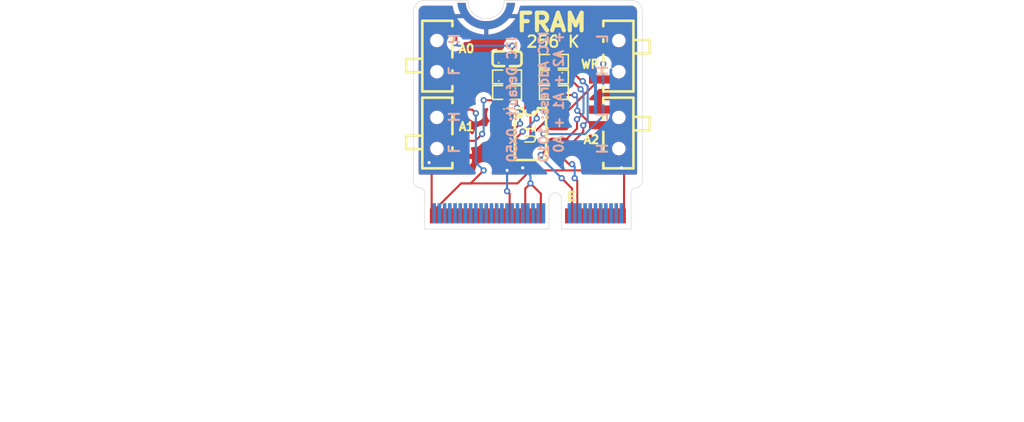
<source format=kicad_pcb>
(kicad_pcb (version 20241229) (generator "pcbnew") (generator_version "9.0")
  (title_block (title "MOSAIC I2C FRAM Memory Module") (date "2025-07-24") (rev "1.0") (company "Texas State Space Lab") (comment 1 "Copyright (c) 2022 - 2025"))
  (layers (0 "F.Cu" signal) (2 "B.Cu" signal) (13 "F.Paste" user) (15 "B.Paste" user) (5 "F.SilkS" user "F.Silkscreen") (7 "B.SilkS" user "B.Silkscreen") (1 "F.Mask" user) (3 "B.Mask" user) (25 "Edge.Cuts" user))
  (net 0 "")
  (net 1 "+3.3V")
  (net 2 "GND")
  (net 3 "/SCL")
  (net 10 "/SDA")
  (net 33 "Net-(U1-A0)")
  (net 34 "/A0_Switch")
  (net 35 "Net-(U1-A1)")
  (net 36 "/A1_Switch")
  (net 37 "Net-(U1-A2)")
  (net 38 "/A2_Switch")
  (net 39 "/WP_Switch")
  (footprint "fram_memory_module_footprints:R0603" (layer "F.Cu") (at 157.75 93.5 180)
    (property "Reference" "R1" (hide yes))
    (property "Value" "10 kOhm" (hide yes))
    (fp_line (start 1.38509 0.660605) (end 1.38509 -0.660605) (stroke (width 0.1524)) (layer "F.SilkS"))
    (fp_line (start 1.38509 -0.660605) (end 0.426213 -0.660605) (stroke (width 0.1524)) (layer "F.SilkS"))
    (fp_line (start 0.426213 0.660605) (end 1.38509 0.660605) (stroke (width 0.1524)) (layer "F.SilkS"))
    (fp_line (start -0.426213 0.660605) (end -1.38509 0.660605) (stroke (width 0.1524)) (layer "F.SilkS"))
    (fp_line (start -1.38509 0.660605) (end -1.38509 -0.660605) (stroke (width 0.1524)) (layer "F.SilkS"))
    (fp_line (start -1.38509 -0.660605) (end -0.426213 -0.660605) (stroke (width 0.1524)) (layer "F.SilkS"))
    (fp_circle (center -0.800102 0.400051) (end -0.77013 0.400051) (stroke (width 0.059995)) (fill no) (layer "F.SilkS"))
    (pad "1" smd rect (at -0.753366 0 180) (size 0.806477 0.864008) (layers "F.Cu" "F.Mask" "F.Paste") (net 3 "/SCL"))
    (pad "2" smd rect (at 0.753366 0 180) (size 0.806477 0.864008) (layers "F.Cu" "F.Mask" "F.Paste") (net 1 "+3.3V"))
  )
  (footprint "fram_memory_module_footprints:MB85RC256_FRAM" (layer "F.Cu") (at 155.5 99 -90)
    (property "Reference" "U1" (at 0 0 90) (layer "F.SilkS"))
    (property "Value" "MB85RC256VPNF-G-JNERE1" (hide yes))
    (fp_line (start -2.5 1.5) (end 2.5 1.5) (stroke (width 0.254001)) (layer "F.SilkS"))
    (fp_line (start -2.5 1.5) (end -2.5 0.726568) (stroke (width 0.254001)) (layer "F.SilkS"))
    (fp_line (start -2.5 -1.5) (end -2.5 -0.726289) (stroke (width 0.254001)) (layer "F.SilkS"))
    (fp_line (start -2.5 -1.5) (end 2.5 -1.5) (stroke (width 0.254001)) (layer "F.SilkS"))
    (fp_line (start 2.5 -1.5) (end 2.5 1.5) (stroke (width 0.254001)) (layer "F.SilkS"))
    (fp_arc (start -2.495098 -0.726289) (mid -1.812145 0.002452) (end -2.499999 0.726568) (stroke (width 0.254001)) (layer "F.SilkS"))
    (fp_circle (center -2.413005 2.540005) (end -2.383033 2.540005) (stroke (width 0.059995)) (fill no) (layer "F.SilkS"))
    (fp_circle (center -1.778004 1.016002) (end -1.627889 1.016002) (stroke (width 0.3)) (fill no) (layer "F.SilkS"))
    (pad "1" smd oval (at -1.905004 2.705105 270) (size 0.568402 1.950216) (layers "F.Cu" "F.Mask" "F.Paste") (net 33 "Net-(U1-A0)"))
    (pad "2" smd oval (at -0.635001 2.705105 270) (size 0.568402 1.950216) (layers "F.Cu" "F.Mask" "F.Paste") (net 35 "Net-(U1-A1)"))
    (pad "3" smd oval (at 0.635001 2.705105 270) (size 0.568402 1.950216) (layers "F.Cu" "F.Mask" "F.Paste") (net 37 "Net-(U1-A2)"))
    (pad "4" smd oval (at 1.905004 2.705105 270) (size 0.568402 1.950216) (layers "F.Cu" "F.Mask" "F.Paste") (net 2 "GND"))
    (pad "5" smd oval (at 1.905004 -2.705105 270) (size 0.568402 1.950216) (layers "F.Cu" "F.Mask" "F.Paste") (net 10 "/SDA"))
    (pad "6" smd oval (at 0.635001 -2.705105 270) (size 0.568402 1.950216) (layers "F.Cu" "F.Mask" "F.Paste") (net 3 "/SCL"))
    (pad "7" smd oval (at -0.635001 -2.705105 270) (size 0.568402 1.950216) (layers "F.Cu" "F.Mask" "F.Paste") (net 39 "/WP_Switch"))
    (pad "8" smd oval (at -1.905004 -2.705105 270) (size 0.568402 1.950216) (layers "F.Cu" "F.Mask" "F.Paste") (net 1 "+3.3V"))
  )
  (footprint "fram_memory_module_footprints:R0603" (layer "F.Cu") (at 157.75 95)
    (property "Reference" "R5" (hide yes))
    (property "Value" "10 kOhm" (hide yes))
    (fp_line (start -1.38509 -0.660605) (end -0.426213 -0.660605) (stroke (width 0.1524)) (layer "F.SilkS"))
    (fp_line (start -1.38509 0.660605) (end -1.38509 -0.660605) (stroke (width 0.1524)) (layer "F.SilkS"))
    (fp_line (start -0.426213 0.660605) (end -1.38509 0.660605) (stroke (width 0.1524)) (layer "F.SilkS"))
    (fp_line (start 0.426213 0.660605) (end 1.38509 0.660605) (stroke (width 0.1524)) (layer "F.SilkS"))
    (fp_line (start 1.38509 -0.660605) (end 0.426213 -0.660605) (stroke (width 0.1524)) (layer "F.SilkS"))
    (fp_line (start 1.38509 0.660605) (end 1.38509 -0.660605) (stroke (width 0.1524)) (layer "F.SilkS"))
    (fp_circle (center -0.800102 0.400051) (end -0.77013 0.400051) (stroke (width 0.059995)) (fill no) (layer "F.SilkS"))
    (pad "1" smd rect (at -0.753366 0) (size 0.806477 0.864008) (layers "F.Cu" "F.Mask" "F.Paste") (net 37 "Net-(U1-A2)"))
    (pad "2" smd rect (at 0.753366 0) (size 0.806477 0.864008) (layers "F.Cu" "F.Mask" "F.Paste") (net 38 "/A2_Switch"))
  )
  (footprint "fram_memory_module_footprints:R0603" (layer "F.Cu") (at 153.25 93.5)
    (property "Reference" "R3" (hide yes))
    (property "Value" "10 kOhm" (hide yes))
    (fp_line (start -1.38509 -0.660605) (end -0.426213 -0.660605) (stroke (width 0.1524)) (layer "F.SilkS"))
    (fp_line (start -1.38509 0.660605) (end -1.38509 -0.660605) (stroke (width 0.1524)) (layer "F.SilkS"))
    (fp_line (start -0.426213 0.660605) (end -1.38509 0.660605) (stroke (width 0.1524)) (layer "F.SilkS"))
    (fp_line (start 0.426213 0.660605) (end 1.38509 0.660605) (stroke (width 0.1524)) (layer "F.SilkS"))
    (fp_line (start 1.38509 -0.660605) (end 0.426213 -0.660605) (stroke (width 0.1524)) (layer "F.SilkS"))
    (fp_line (start 1.38509 0.660605) (end 1.38509 -0.660605) (stroke (width 0.1524)) (layer "F.SilkS"))
    (fp_circle (center -0.800102 0.400051) (end -0.77013 0.400051) (stroke (width 0.059995)) (fill no) (layer "F.SilkS"))
    (pad "1" smd rect (at -0.753366 0) (size 0.806477 0.864008) (layers "F.Cu" "F.Mask" "F.Paste") (net 34 "/A0_Switch"))
    (pad "2" smd rect (at 0.753366 0) (size 0.806477 0.864008) (layers "F.Cu" "F.Mask" "F.Paste") (net 33 "Net-(U1-A0)"))
  )
  (footprint "fram_memory_module_footprints:SMD_slide_switch" (layer "F.Cu") (at 148.376505 98.899924 -90)
    (property "Reference" "U3" (hide yes))
    (property "Value" "MS-1290N" (hide yes))
    (fp_line (start 0.253924 4.82601) (end 1.553874 4.82601) (stroke (width 0.254001)) (layer "F.SilkS"))
    (fp_line (start 0.253924 4.82601) (end 0.253924 3.32601) (stroke (width 0.254001)) (layer "F.SilkS"))
    (fp_line (start 1.553874 4.82601) (end 1.553874 3.32601) (stroke (width 0.254001)) (layer "F.SilkS"))
    (fp_line (start -3.400076 3.275006) (end -3.400076 0.381001) (stroke (width 0.254001)) (layer "F.SilkS"))
    (fp_line (start 3.399924 3.275006) (end -3.400076 3.275006) (stroke (width 0.254001)) (layer "F.SilkS"))
    (fp_line (start 3.399924 3.275006) (end 3.399924 0.381001) (stroke (width 0.254001)) (layer "F.SilkS"))
    (fp_line (start -3.400076 0.381001) (end -2.881204 0.381001) (stroke (width 0.254001)) (layer "F.SilkS"))
    (fp_line (start -1.618923 0.381001) (end 0.118796 0.381001) (stroke (width 0.254001)) (layer "F.SilkS"))
    (fp_line (start 1.381077 0.381001) (end 1.618796 0.381001) (stroke (width 0.254001)) (layer "F.SilkS"))
    (fp_line (start 2.881077 0.381001) (end 3.30193 0.381001) (stroke (width 0.254001)) (layer "F.SilkS"))
    (fp_circle (center -3.400025 3.275057) (end -3.370028 3.275057) (stroke (width 0.059995)) (fill no) (layer "F.SilkS"))
    (pad "" np_thru_hole circle (at -1.5 1.875032 270) (size 0.8 0.8) (drill 0.8) (layers "*.Cu" "*.Mask"))
    (pad "" np_thru_hole circle (at 1.5 1.875032 270) (size 0.8 0.8) (drill 0.8) (layers "*.Cu" "*.Mask"))
    (pad "1" smd rect (at -2.250064 0 270) (size 0.8 2) (layers "F.Cu" "F.Mask" "F.Paste") (net 1 "+3.3V"))
    (pad "2" smd rect (at 0.749936 0 270) (size 0.8 2) (layers "F.Cu" "F.Mask" "F.Paste") (net 36 "/A1_Switch"))
    (pad "3" smd rect (at 2.250064 0 270) (size 0.8 2) (layers "F.Cu" "F.Mask" "F.Paste") (net 2 "GND"))
  )
  (footprint "fram_memory_module_footprints:SMD_slide_switch" (layer "F.Cu") (at 162.123495 98.9 90)
    (property "Reference" "U4" (hide yes))
    (property "Value" "MS-1290N" (hide yes))
    (fp_line (start 2.881077 0.381001) (end 3.30193 0.381001) (stroke (width 0.254001)) (layer "F.SilkS"))
    (fp_line (start 1.381077 0.381001) (end 1.618796 0.381001) (stroke (width 0.254001)) (layer "F.SilkS"))
    (fp_line (start -1.618923 0.381001) (end 0.118796 0.381001) (stroke (width 0.254001)) (layer "F.SilkS"))
    (fp_line (start -3.400076 0.381001) (end -2.881204 0.381001) (stroke (width 0.254001)) (layer "F.SilkS"))
    (fp_line (start 3.399924 3.275006) (end 3.399924 0.381001) (stroke (width 0.254001)) (layer "F.SilkS"))
    (fp_line (start 3.399924 3.275006) (end -3.400076 3.275006) (stroke (width 0.254001)) (layer "F.SilkS"))
    (fp_line (start -3.400076 3.275006) (end -3.400076 0.381001) (stroke (width 0.254001)) (layer "F.SilkS"))
    (fp_line (start 1.553874 4.82601) (end 1.553874 3.32601) (stroke (width 0.254001)) (layer "F.SilkS"))
    (fp_line (start 0.253924 4.82601) (end 0.253924 3.32601) (stroke (width 0.254001)) (layer "F.SilkS"))
    (fp_line (start 0.253924 4.82601) (end 1.553874 4.82601) (stroke (width 0.254001)) (layer "F.SilkS"))
    (fp_circle (center -3.400025 3.275057) (end -3.370028 3.275057) (stroke (width 0.059995)) (fill no) (layer "F.SilkS"))
    (pad "" np_thru_hole circle (at -1.5 1.875032 90) (size 0.8 0.8) (drill 0.8) (layers "*.Cu" "*.Mask"))
    (pad "" np_thru_hole circle (at 1.5 1.875032 90) (size 0.8 0.8) (drill 0.8) (layers "*.Cu" "*.Mask"))
    (pad "1" smd rect (at -2.250064 0 90) (size 0.8 2) (layers "F.Cu" "F.Mask" "F.Paste") (net 1 "+3.3V"))
    (pad "2" smd rect (at 0.749936 0 90) (size 0.8 2) (layers "F.Cu" "F.Mask" "F.Paste") (net 38 "/A2_Switch"))
    (pad "3" smd rect (at 2.250064 0 90) (size 0.8 2) (layers "F.Cu" "F.Mask" "F.Paste") (net 2 "GND"))
  )
  (footprint "fram_memory_module_footprints:M.2-CARD-E-22_MEMORY_STANDARD" (layer "F.Cu") (at 155.25 108.152201)
    (property "Reference" "J1" (hide yes))
    (property "Value" "~" (hide yes))
    (fp_poly (pts (xy 3.841 -3.595) (xy 4.681 -3.595) (xy 4.681 -3.635) (xy 3.841 -3.635)) (fill yes) (layer "F.SilkS"))
    (fp_poly (pts (xy 3.841 -3.555) (xy 4.681 -3.555) (xy 4.681 -3.595) (xy 3.841 -3.595)) (fill yes) (layer "F.SilkS"))
    (fp_poly (pts (xy 3.841 -3.515) (xy 4.681 -3.515) (xy 4.681 -3.555) (xy 3.841 -3.555)) (fill yes) (layer "F.SilkS"))
    (fp_poly (pts (xy 3.841 -3.475) (xy 4.681 -3.475) (xy 4.681 -3.515) (xy 3.841 -3.515)) (fill yes) (layer "F.SilkS"))
    (fp_poly (pts (xy 3.841 -3.435) (xy 4.641 -3.435) (xy 4.641 -3.475) (xy 3.841 -3.475)) (fill yes) (layer "F.SilkS"))
    (fp_poly (pts (xy 3.841 -3.395) (xy 4.121 -3.395) (xy 4.121 -3.435) (xy 3.841 -3.435)) (fill yes) (layer "F.SilkS"))
    (fp_poly (pts (xy 3.841 -3.355) (xy 4.121 -3.355) (xy 4.121 -3.395) (xy 3.841 -3.395)) (fill yes) (layer "F.SilkS"))
    (fp_poly (pts (xy 3.841 -3.315) (xy 4.121 -3.315) (xy 4.121 -3.355) (xy 3.841 -3.355)) (fill yes) (layer "F.SilkS"))
    (fp_poly (pts (xy 3.841 -3.275) (xy 4.441 -3.275) (xy 4.441 -3.315) (xy 3.841 -3.315)) (fill yes) (layer "F.SilkS"))
    (fp_poly (pts (xy 3.841 -3.235) (xy 4.521 -3.235) (xy 4.521 -3.275) (xy 3.841 -3.275)) (fill yes) (layer "F.SilkS"))
    (fp_poly (pts (xy 3.841 -3.195) (xy 4.521 -3.195) (xy 4.521 -3.235) (xy 3.841 -3.235)) (fill yes) (layer "F.SilkS"))
    (fp_poly (pts (xy 3.841 -3.155) (xy 4.521 -3.155) (xy 4.521 -3.195) (xy 3.841 -3.195)) (fill yes) (layer "F.SilkS"))
    (fp_poly (pts (xy 3.841 -3.115) (xy 4.521 -3.115) (xy 4.521 -3.155) (xy 3.841 -3.155)) (fill yes) (layer "F.SilkS"))
    (fp_poly (pts (xy 3.841 -3.075) (xy 4.521 -3.075) (xy 4.521 -3.115) (xy 3.841 -3.115)) (fill yes) (layer "F.SilkS"))
    (fp_poly (pts (xy 3.841 -3.035) (xy 4.481 -3.035) (xy 4.481 -3.075) (xy 3.841 -3.075)) (fill yes) (layer "F.SilkS"))
    (fp_poly (pts (xy 3.841 -2.995) (xy 4.121 -2.995) (xy 4.121 -3.035) (xy 3.841 -3.035)) (fill yes) (layer "F.SilkS"))
    (fp_poly (pts (xy 3.841 -2.955) (xy 4.121 -2.955) (xy 4.121 -2.995) (xy 3.841 -2.995)) (fill yes) (layer "F.SilkS"))
    (fp_poly (pts (xy 3.841 -2.915) (xy 4.121 -2.915) (xy 4.121 -2.955) (xy 3.841 -2.955)) (fill yes) (layer "F.SilkS"))
    (fp_poly (pts (xy 3.841 -2.875) (xy 4.601 -2.875) (xy 4.601 -2.915) (xy 3.841 -2.915)) (fill yes) (layer "F.SilkS"))
    (fp_poly (pts (xy 3.841 -2.835) (xy 4.681 -2.835) (xy 4.681 -2.875) (xy 3.841 -2.875)) (fill yes) (layer "F.SilkS"))
    (fp_poly (pts (xy 3.841 -2.795) (xy 4.681 -2.795) (xy 4.681 -2.835) (xy 3.841 -2.835)) (fill yes) (layer "F.SilkS"))
    (fp_poly (pts (xy 3.841 -2.755) (xy 4.681 -2.755) (xy 4.681 -2.795) (xy 3.841 -2.795)) (fill yes) (layer "F.SilkS"))
    (fp_poly (pts (xy 3.841 -2.715) (xy 4.681 -2.715) (xy 4.681 -2.755) (xy 3.841 -2.755)) (fill yes) (layer "F.SilkS"))
    (fp_poly (pts (xy 3.841 -2.675) (xy 4.681 -2.675) (xy 4.681 -2.715) (xy 3.841 -2.715)) (fill yes) (layer "F.SilkS"))
    (fp_poly (pts (xy 3.881 -3.635) (xy 4.681 -3.635) (xy 4.681 -3.675) (xy 3.881 -3.675)) (fill yes) (layer "F.SilkS"))
    (fp_poly (pts (xy 3.881 -2.635) (xy 4.641 -2.635) (xy 4.641 -2.675) (xy 3.881 -2.675)) (fill yes) (layer "F.SilkS"))
    (fp_poly (pts (xy 3.961 -3.675) (xy 4.601 -3.675) (xy 4.601 -3.715) (xy 3.961 -3.715)) (fill yes) (layer "F.SilkS"))
    (fp_line (start -11.003056 -4.650126) (end -11.003056 -21) (stroke (width 0.05)) (layer "Edge.Cuts"))
    (fp_line (start -9.925 0) (end -9.925 -3.475) (stroke (width 0.05)) (layer "Edge.Cuts"))
    (fp_line (start -9.923668 -22.002077) (end -5.775 -22.002077) (stroke (width 0.05)) (layer "Edge.Cuts"))
    (fp_line (start -2.275 -22) (end 10 -22) (stroke (width 0.05)) (layer "Edge.Cuts"))
    (fp_line (start 2.025 -2.9) (end 2.025 0) (stroke (width 0.05)) (layer "Edge.Cuts"))
    (fp_line (start 2.025 0) (end -9.925 0) (stroke (width 0.05)) (layer "Edge.Cuts"))
    (fp_line (start 3.225 0) (end 3.225 -2.9) (stroke (width 0.05)) (layer "Edge.Cuts"))
    (fp_line (start 9.923727 -3.500015) (end 9.925 0) (stroke (width 0.05)) (layer "Edge.Cuts"))
    (fp_line (start 9.925 0) (end 3.225 0) (stroke (width 0.05)) (layer "Edge.Cuts"))
    (fp_line (start 11.000305 -20.975) (end 11 -4.6) (stroke (width 0.05)) (layer "Edge.Cuts"))
    (fp_arc (start -11.003056 -21) (mid -10.674662 -21.728656) (end -9.923646 -22.002077) (stroke (width 0.05)) (layer "Edge.Cuts"))
    (fp_arc (start -10.450763 -4.006026) (mid -10.853683 -4.219372) (end -11.003056 -4.650126) (stroke (width 0.05)) (layer "Edge.Cuts"))
    (fp_arc (start -10.450763 -4.006026) (mid -10.074999 -3.852277) (end -9.925 -3.475) (stroke (width 0.05)) (layer "Edge.Cuts"))
    (fp_arc (start -2.274999 -22) (mid -4.026039 -20.249999) (end -5.775 -22.002077) (stroke (width 0.05)) (layer "Edge.Cuts"))
    (fp_arc (start 2.025 -2.9) (mid 2.625 -3.5) (end 3.225 -2.9) (stroke (width 0.05)) (layer "Edge.Cuts"))
    (fp_arc (start 9.923727 -3.50003) (mid 10.065291 -3.841996) (end 10.399979 -4) (stroke (width 0.05)) (layer "Edge.Cuts"))
    (fp_arc (start 10 -22) (mid 10.708786 -21.691107) (end 11.000305 -20.975) (stroke (width 0.05)) (layer "Edge.Cuts"))
    (fp_arc (start 11 -4.6) (mid 10.817295 -4.182705) (end 10.4 -4) (stroke (width 0.05)) (layer "Edge.Cuts"))
    (pad "1" smd custom (at -2.775 -19.975) (size 0.381 0.381) (layers "F.Cu") (net 2 "GND") (options (clearance outline) (anchor circle)) (primitives (gr_poly (pts (xy 1.493444 -1.435412) (xy 1.396636 -1.107764) (xy 1.260904 -0.794232) (xy 1.088241 -0.499422) (xy 0.881185 -0.227664) (xy 0.642774 0.017052) (xy 0.376511 0.23113) (xy 0.086308 0.411427) (xy -0.223575 0.555295) (xy -0.548586 0.660621) (xy -0.88395 0.725857) (xy -1.224911 0.750057) (xy -1.566712 0.728244) (xy -1.903134 0.664835) (xy -2.229281 0.560774) (xy -2.540259 0.41762) (xy -2.831403 0.237522) (xy -3.098346 0.023181) (xy -3.337083 -0.222187) (xy -3.544031 -0.4949) (xy -3.716087 -0.790869) (xy -3.850972 -1.10636) (xy -4.006214 -1.8) (xy -3.203231 -1.8) (xy -3.163611 -1.514643) (xy -3.090309 -1.260462) (xy -2.981576 -1.019294) (xy -2.839637 -0.796069) (xy -2.667364 -0.595302) (xy -2.468278 -0.421103) (xy -2.246426 -0.277008) (xy -2.006329 -0.165954) (xy -1.752866 -0.090198) (xy -1.491208 -0.051286) (xy -1.225 -0.05) (xy -0.958793 -0.051286) (xy -0.697135 -0.090198) (xy -0.443672 -0.165954) (xy -0.203575 -0.277008) (xy 0.018277 -0.421103) (xy 0.217363 -0.595302) (xy 0.389636 -0.796069) (xy 0.531575 -1.019294) (xy 0.640308 -1.260462) (xy 0.71361 -1.514643) (xy 0.753231 -1.8) (xy 1.554538 -1.8)) (width 0) (fill yes))))
    (pad "1" smd custom (at -2.275 -20.375) (size 0.381 0.381) (layers "B.Cu") (net 2 "GND") (options (clearance outline) (anchor circle)) (primitives (gr_poly (pts (xy 0.900971 -0.70636) (xy 0.766086 -0.390869) (xy 0.59403 -0.0949) (xy 0.387082 0.177813) (xy 0.148345 0.423181) (xy -0.118597 0.637522) (xy -0.409742 0.81762) (xy -0.720719 0.960774) (xy -1.046866 1.064835) (xy -1.383289 1.128244) (xy -1.700818 1.148508) (xy -1.700933 1.151771) (xy -1.725089 1.150057) (xy -1.749166 1.151593) (xy -1.74927 1.148341) (xy -2.06605 1.125856) (xy -2.401414 1.06062) (xy -2.726425 0.955294) (xy -3.036307 0.811427) (xy -3.326511 0.631129) (xy -3.592774 0.417052) (xy -3.831184 0.172336) (xy -4.038241 -0.099422) (xy -4.210903 -0.394231) (xy -4.346636 -0.707763) (xy -4.443444 -1.035412) (xy -4.5 -1.372919) (xy -4.5 -1.4) (xy -3.703231 -1.4) (xy -3.663611 -1.114643) (xy -3.590309 -0.860462) (xy -3.481576 -0.619294) (xy -3.339637 -0.396069) (xy -3.167364 -0.195302) (xy -2.968278 -0.021103) (xy -2.746426 0.122992) (xy -2.506329 0.234046) (xy -2.252866 0.309802) (xy -1.991208 0.348714) (xy -1.725 0.35) (xy -1.458793 0.348714) (xy -1.197135 0.309802) (xy -0.943672 0.234046) (xy -0.703575 0.122992) (xy -0.481723 -0.021103) (xy -0.282637 -0.195302) (xy -0.110364 -0.396069) (xy 0.031575 -0.619294) (xy 0.140308 -0.860462) (xy 0.21361 -1.114643) (xy 0.253231 -1.4) (xy 1.056214 -1.4)) (width 0) (fill yes))))
    (pad "1" smd roundrect (at 9.25 -1.275 180) (size 0.35 1.45) (layers "F.Cu" "F.Mask") (roundrect_rratio 0.1451428571) (net 2 "GND"))
    (pad "2" smd roundrect (at 9 -1.525) (size 0.35 1.95) (layers "B.Cu" "B.Mask") (roundrect_rratio 0.1451428571))
    (pad "3" smd roundrect (at 8.75 -1.275 180) (size 0.35 1.45) (layers "F.Cu" "F.Mask") (roundrect_rratio 0.1451428571))
    (pad "4" smd roundrect (at 8.5 -1.525) (size 0.35 1.95) (layers "B.Cu" "B.Mask") (roundrect_rratio 0.1451428571))
    (pad "5" smd roundrect (at 8.25 -1.275 180) (size 0.35 1.45) (layers "F.Cu" "F.Mask") (roundrect_rratio 0.1451428571))
    (pad "6" smd roundrect (at 8 -1.525) (size 0.35 1.95) (layers "B.Cu" "B.Mask") (roundrect_rratio 0.1451428571))
    (pad "7" smd roundrect (at 7.75 -1.275 180) (size 0.35 1.45) (layers "F.Cu" "F.Mask") (roundrect_rratio 0.1451428571))
    (pad "8" smd roundrect (at 7.5 -1.525) (size 0.35 1.95) (layers "B.Cu" "B.Mask") (roundrect_rratio 0.1451428571))
    (pad "9" smd roundrect (at 7.25 -1.275 180) (size 0.35 1.45) (layers "F.Cu" "F.Mask") (roundrect_rratio 0.1451428571))
    (pad "10" smd roundrect (at 7 -1.525) (size 0.35 1.95) (layers "B.Cu" "B.Mask") (roundrect_rratio 0.1451428571))
    (pad "11" smd roundrect (at 6.75 -1.275 180) (size 0.35 1.45) (layers "F.Cu" "F.Mask") (roundrect_rratio 0.1451428571))
    (pad "12" smd roundrect (at 6.5 -1.525) (size 0.35 1.95) (layers "B.Cu" "B.Mask") (roundrect_rratio 0.1451428571))
    (pad "13" smd roundrect (at 6.25 -1.275 180) (size 0.35 1.45) (layers "F.Cu" "F.Mask") (roundrect_rratio 0.1451428571))
    (pad "14" smd roundrect (at 6 -1.525) (size 0.35 1.95) (layers "B.Cu" "B.Mask") (roundrect_rratio 0.1451428571))
    (pad "15" smd roundrect (at 5.75 -1.275 180) (size 0.35 1.45) (layers "F.Cu" "F.Mask") (roundrect_rratio 0.1451428571))
    (pad "16" smd roundrect (at 5.5 -1.525) (size 0.35 1.95) (layers "B.Cu" "B.Mask") (roundrect_rratio 0.1451428571))
    (pad "17" smd roundrect (at 5.25 -1.275 180) (size 0.35 1.45) (layers "F.Cu" "F.Mask") (roundrect_rratio 0.1451428571))
    (pad "18" smd roundrect (at 5 -1.525) (size 0.35 1.95) (layers "B.Cu" "B.Mask") (roundrect_rratio 0.1451428571))
    (pad "19" smd roundrect (at 4.75 -1.275 180) (size 0.35 1.45) (layers "F.Cu" "F.Mask") (roundrect_rratio 0.1451428571) (net 10 "/SDA"))
    (pad "20" smd roundrect (at 4.5 -1.525) (size 0.35 1.95) (layers "B.Cu" "B.Mask") (roundrect_rratio 0.1451428571))
    (pad "21" smd roundrect (at 4.25 -1.275 180) (size 0.35 1.45) (layers "F.Cu" "F.Mask") (roundrect_rratio 0.1451428571) (net 3 "/SCL"))
    (pad "22" smd roundrect (at 4 -1.525) (size 0.35 1.95) (layers "B.Cu" "B.Mask") (roundrect_rratio 0.1451428571))
    (pad "23" smd roundrect (at 3.75 -1.275 180) (size 0.35 1.45) (layers "F.Cu" "F.Mask") (roundrect_rratio 0.1451428571))
    (pad "32" smd roundrect (at 1.5 -1.525) (size 0.35 1.95) (layers "B.Cu" "B.Mask") (roundrect_rratio 0.1451428571))
    (pad "33" smd roundrect (at 1.25 -1.275 180) (size 0.35 1.45) (layers "F.Cu" "F.Mask") (roundrect_rratio 0.1451428571) (net 2 "GND"))
    (pad "34" smd roundrect (at 1 -1.525) (size 0.35 1.95) (layers "B.Cu" "B.Mask") (roundrect_rratio 0.1451428571))
    (pad "35" smd roundrect (at 0.75 -1.275 180) (size 0.35 1.45) (layers "F.Cu" "F.Mask") (roundrect_rratio 0.1451428571))
    (pad "36" smd roundrect (at 0.5 -1.525) (size 0.35 1.95) (layers "B.Cu" "B.Mask") (roundrect_rratio 0.1451428571))
    (pad "37" smd roundrect (at 0.25 -1.275 180) (size 0.35 1.45) (layers "F.Cu" "F.Mask") (roundrect_rratio 0.1451428571))
    (pad "38" smd roundrect (at 0 -1.525) (size 0.35 1.95) (layers "B.Cu" "B.Mask") (roundrect_rratio 0.1451428571))
    (pad "39" smd roundrect (at -0.25 -1.275 180) (size 0.35 1.45) (layers "F.Cu" "F.Mask") (roundrect_rratio 0.1451428571) (net 2 "GND"))
    (pad "40" smd roundrect (at -0.5 -1.525) (size 0.35 1.95) (layers "B.Cu" "B.Mask") (roundrect_rratio 0.1451428571))
    (pad "41" smd roundrect (at -0.75 -1.275 180) (size 0.35 1.45) (layers "F.Cu" "F.Mask") (roundrect_rratio 0.1451428571))
    (pad "42" smd roundrect (at -1 -1.525) (size 0.35 1.95) (layers "B.Cu" "B.Mask") (roundrect_rratio 0.1451428571))
    (pad "43" smd roundrect (at -1.25 -1.275 180) (size 0.35 1.45) (layers "F.Cu" "F.Mask") (roundrect_rratio 0.1451428571))
    (pad "44" smd roundrect (at -1.5 -1.525) (size 0.35 1.95) (layers "B.Cu" "B.Mask") (roundrect_rratio 0.1451428571))
    (pad "45" smd roundrect (at -1.75 -1.275 180) (size 0.35 1.45) (layers "F.Cu" "F.Mask") (roundrect_rratio 0.1451428571) (net 2 "GND"))
    (pad "46" smd roundrect (at -2 -1.525) (size 0.35 1.95) (layers "B.Cu" "B.Mask") (roundrect_rratio 0.1451428571))
    (pad "47" smd roundrect (at -2.25 -1.275 180) (size 0.35 1.45) (layers "F.Cu" "F.Mask") (roundrect_rratio 0.1451428571))
    (pad "48" smd roundrect (at -2.5 -1.525) (size 0.35 1.95) (layers "B.Cu" "B.Mask") (roundrect_rratio 0.1451428571))
    (pad "49" smd roundrect (at -2.75 -1.275 180) (size 0.35 1.45) (layers "F.Cu" "F.Mask") (roundrect_rratio 0.1451428571))
    (pad "50" smd roundrect (at -3 -1.525) (size 0.35 1.95) (layers "B.Cu" "B.Mask") (roundrect_rratio 0.1451428571))
    (pad "51" smd roundrect (at -3.25 -1.275 180) (size 0.35 1.45) (layers "F.Cu" "F.Mask") (roundrect_rratio 0.1451428571))
    (pad "52" smd roundrect (at -3.5 -1.525) (size 0.35 1.95) (layers "B.Cu" "B.Mask") (roundrect_rratio 0.1451428571))
    (pad "53" smd roundrect (at -3.75 -1.275 180) (size 0.35 1.45) (layers "F.Cu" "F.Mask") (roundrect_rratio 0.1451428571))
    (pad "54" smd roundrect (at -4 -1.525) (size 0.35 1.95) (layers "B.Cu" "B.Mask") (roundrect_rratio 0.1451428571))
    (pad "55" smd roundrect (at -4.25 -1.275 180) (size 0.35 1.45) (layers "F.Cu" "F.Mask") (roundrect_rratio 0.1451428571))
    (pad "56" smd roundrect (at -4.5 -1.525) (size 0.35 1.95) (layers "B.Cu" "B.Mask") (roundrect_rratio 0.1451428571))
    (pad "57" smd roundrect (at -4.75 -1.275 180) (size 0.35 1.45) (layers "F.Cu" "F.Mask") (roundrect_rratio 0.1451428571))
    (pad "58" smd roundrect (at -5 -1.525) (size 0.35 1.95) (layers "B.Cu" "B.Mask") (roundrect_rratio 0.1451428571))
    (pad "59" smd roundrect (at -5.25 -1.275 180) (size 0.35 1.45) (layers "F.Cu" "F.Mask") (roundrect_rratio 0.1451428571))
    (pad "60" smd roundrect (at -5.5 -1.525) (size 0.35 1.95) (layers "B.Cu" "B.Mask") (roundrect_rratio 0.1451428571))
    (pad "61" smd roundrect (at -5.75 -1.275 180) (size 0.35 1.45) (layers "F.Cu" "F.Mask") (roundrect_rratio 0.1451428571))
    (pad "62" smd roundrect (at -6 -1.525) (size 0.35 1.95) (layers "B.Cu" "B.Mask") (roundrect_rratio 0.1451428571))
    (pad "63" smd roundrect (at -6.25 -1.275 180) (size 0.35 1.45) (layers "F.Cu" "F.Mask") (roundrect_rratio 0.1451428571))
    (pad "64" smd roundrect (at -6.5 -1.525) (size 0.35 1.95) (layers "B.Cu" "B.Mask") (roundrect_rratio 0.1451428571))
    (pad "65" smd roundrect (at -6.75 -1.275 180) (size 0.35 1.45) (layers "F.Cu" "F.Mask") (roundrect_rratio 0.1451428571))
    (pad "66" smd roundrect (at -7 -1.525) (size 0.35 1.95) (layers "B.Cu" "B.Mask") (roundrect_rratio 0.1451428571))
    (pad "67" smd roundrect (at -7.25 -1.275 180) (size 0.35 1.45) (layers "F.Cu" "F.Mask") (roundrect_rratio 0.1451428571))
    (pad "68" smd roundrect (at -7.5 -1.525) (size 0.35 1.95) (layers "B.Cu" "B.Mask") (roundrect_rratio 0.1451428571))
    (pad "69" smd roundrect (at -7.75 -1.275 180) (size 0.35 1.45) (layers "F.Cu" "F.Mask") (roundrect_rratio 0.1451428571))
    (pad "70" smd roundrect (at -8 -1.525) (size 0.35 1.95) (layers "B.Cu" "B.Mask") (roundrect_rratio 0.1451428571))
    (pad "71" smd roundrect (at -8.25 -1.275 180) (size 0.35 1.45) (layers "F.Cu" "F.Mask") (roundrect_rratio 0.1451428571))
    (pad "72" smd roundrect (at -8.5 -1.525) (size 0.35 1.95) (layers "B.Cu" "B.Mask") (roundrect_rratio 0.1451428571))
    (pad "73" smd roundrect (at -8.75 -1.275 180) (size 0.35 1.45) (layers "F.Cu" "F.Mask") (roundrect_rratio 0.1451428571) (net 1 "+3.3V"))
    (pad "74" smd roundrect (at -9 -1.525) (size 0.35 1.95) (layers "B.Cu" "B.Mask") (roundrect_rratio 0.1451428571))
    (pad "75" smd roundrect (at -9.25 -1.275 180) (size 0.35 1.45) (layers "F.Cu" "F.Mask") (roundrect_rratio 0.1451428571) (net 2 "GND"))
  )
  (footprint "fram_memory_module_footprints:R0603" (layer "F.Cu") (at 153.25 95 180)
    (property "Reference" "R4" (hide yes))
    (property "Value" "10 kOhm" (hide yes))
    (fp_line (start 1.38509 0.660605) (end 1.38509 -0.660605) (stroke (width 0.1524)) (layer "F.SilkS"))
    (fp_line (start 1.38509 -0.660605) (end 0.426213 -0.660605) (stroke (width 0.1524)) (layer "F.SilkS"))
    (fp_line (start 0.426213 0.660605) (end 1.38509 0.660605) (stroke (width 0.1524)) (layer "F.SilkS"))
    (fp_line (start -0.426213 0.660605) (end -1.38509 0.660605) (stroke (width 0.1524)) (layer "F.SilkS"))
    (fp_line (start -1.38509 0.660605) (end -1.38509 -0.660605) (stroke (width 0.1524)) (layer "F.SilkS"))
    (fp_line (start -1.38509 -0.660605) (end -0.426213 -0.660605) (stroke (width 0.1524)) (layer "F.SilkS"))
    (fp_circle (center -0.800102 0.400051) (end -0.77013 0.400051) (stroke (width 0.059995)) (fill no) (layer "F.SilkS"))
    (pad "1" smd rect (at -0.753366 0 180) (size 0.806477 0.864008) (layers "F.Cu" "F.Mask" "F.Paste") (net 35 "Net-(U1-A1)"))
    (pad "2" smd rect (at 0.753366 0 180) (size 0.806477 0.864008) (layers "F.Cu" "F.Mask" "F.Paste") (net 36 "/A1_Switch"))
  )
  (footprint "fram_memory_module_footprints:SMD_slide_switch" (layer "F.Cu") (at 148.375032 91.499848 -90)
    (property "Reference" "U2" (hide yes))
    (property "Value" "MS-1290N" (hide yes))
    (fp_line (start 0.253924 4.82601) (end 1.553874 4.82601) (stroke (width 0.254001)) (layer "F.SilkS"))
    (fp_line (start 0.253924 4.82601) (end 0.253924 3.32601) (stroke (width 0.254001)) (layer "F.SilkS"))
    (fp_line (start 1.553874 4.82601) (end 1.553874 3.32601) (stroke (width 0.254001)) (layer "F.SilkS"))
    (fp_line (start -3.400076 3.275006) (end -3.400076 0.381001) (stroke (width 0.254001)) (layer "F.SilkS"))
    (fp_line (start 3.399924 3.275006) (end -3.400076 3.275006) (stroke (width 0.254001)) (layer "F.SilkS"))
    (fp_line (start 3.399924 3.275006) (end 3.399924 0.381001) (stroke (width 0.254001)) (layer "F.SilkS"))
    (fp_line (start -3.400076 0.381001) (end -2.881204 0.381001) (stroke (width 0.254001)) (layer "F.SilkS"))
    (fp_line (start -1.618923 0.381001) (end 0.118796 0.381001) (stroke (width 0.254001)) (layer "F.SilkS"))
    (fp_line (start 1.381077 0.381001) (end 1.618796 0.381001) (stroke (width 0.254001)) (layer "F.SilkS"))
    (fp_line (start 2.881077 0.381001) (end 3.30193 0.381001) (stroke (width 0.254001)) (layer "F.SilkS"))
    (fp_circle (center -3.400025 3.275057) (end -3.370028 3.275057) (stroke (width 0.059995)) (fill no) (layer "F.SilkS"))
    (pad "" np_thru_hole circle (at -1.5 1.875032 270) (size 0.8 0.8) (drill 0.8) (layers "*.Cu" "*.Mask"))
    (pad "" np_thru_hole circle (at 1.5 1.875032 270) (size 0.8 0.8) (drill 0.8) (layers "*.Cu" "*.Mask"))
    (pad "1" smd rect (at -2.250064 0 270) (size 0.8 2) (layers "F.Cu" "F.Mask" "F.Paste") (net 1 "+3.3V"))
    (pad "2" smd rect (at 0.749936 0 270) (size 0.8 2) (layers "F.Cu" "F.Mask" "F.Paste") (net 34 "/A0_Switch"))
    (pad "3" smd rect (at 2.250064 0 270) (size 0.8 2) (layers "F.Cu" "F.Mask" "F.Paste") (net 2 "GND"))
  )
  (footprint "fram_memory_module_footprints:C0603" (layer "F.Cu") (at 153.25 91.75)
    (property "Reference" "C1" (hide yes))
    (property "Value" "10 uF" (hide yes))
    (fp_line (start -1.389916 0.399746) (end -1.389916 -0.400305) (stroke (width 0.254001)) (layer "F.SilkS"))
    (fp_line (start -0.280188 -0.710109) (end -1.080163 -0.710109) (stroke (width 0.254001)) (layer "F.SilkS"))
    (fp_line (start -0.280188 0.709576) (end -1.080163 0.709576) (stroke (width 0.254001)) (layer "F.SilkS"))
    (fp_line (start 0.280264 -0.709627) (end 1.080239 -0.709627) (stroke (width 0.254001)) (layer "F.SilkS"))
    (fp_line (start 0.280264 0.710033) (end 1.080239 0.710033) (stroke (width 0.254001)) (layer "F.SilkS"))
    (fp_line (start 1.390018 -0.399771) (end 1.390018 0.400254) (stroke (width 0.254001)) (layer "F.SilkS"))
    (fp_arc (start -1.389916 -0.400229) (mid -1.299195 -0.619335) (end -1.080111 -0.710109) (stroke (width 0.254001)) (layer "F.SilkS"))
    (fp_arc (start -1.080112 0.709576) (mid -1.299178 0.618819) (end -1.389916 0.399745) (stroke (width 0.254001)) (layer "F.SilkS"))
    (fp_arc (start 1.080188 -0.709627) (mid 1.29928 -0.618871) (end 1.390018 -0.399772) (stroke (width 0.254001)) (layer "F.SilkS"))
    (fp_arc (start 1.390018 0.400203) (mid 1.299271 0.619286) (end 1.080188 0.710033) (stroke (width 0.254001)) (layer "F.SilkS"))
    (fp_circle (center -0.800102 0.400051) (end -0.77013 0.400051) (stroke (width 0.059995)) (fill no) (layer "F.SilkS"))
    (pad "1" smd rect (at -0.700025 0) (size 0.8 0.9) (layers "F.Cu" "F.Mask" "F.Paste") (net 2 "GND"))
    (pad "2" smd rect (at 0.700025 0) (size 0.8 0.9) (layers "F.Cu" "F.Mask" "F.Paste") (net 1 "+3.3V"))
  )
  (footprint "fram_memory_module_footprints:SMD_slide_switch" (layer "F.Cu") (at 162.124968 91.500076 90)
    (property "Reference" "U5" (hide yes))
    (property "Value" "MS-1290N" (hide yes))
    (fp_line (start 2.881077 0.381001) (end 3.30193 0.381001) (stroke (width 0.254001)) (layer "F.SilkS"))
    (fp_line (start 1.381077 0.381001) (end 1.618796 0.381001) (stroke (width 0.254001)) (layer "F.SilkS"))
    (fp_line (start -1.618923 0.381001) (end 0.118796 0.381001) (stroke (width 0.254001)) (layer "F.SilkS"))
    (fp_line (start -3.400076 0.381001) (end -2.881204 0.381001) (stroke (width 0.254001)) (layer "F.SilkS"))
    (fp_line (start 3.399924 3.275006) (end 3.399924 0.381001) (stroke (width 0.254001)) (layer "F.SilkS"))
    (fp_line (start 3.399924 3.275006) (end -3.400076 3.275006) (stroke (width 0.254001)) (layer "F.SilkS"))
    (fp_line (start -3.400076 3.275006) (end -3.400076 0.381001) (stroke (width 0.254001)) (layer "F.SilkS"))
    (fp_line (start 1.553874 4.82601) (end 1.553874 3.32601) (stroke (width 0.254001)) (layer "F.SilkS"))
    (fp_line (start 0.253924 4.82601) (end 0.253924 3.32601) (stroke (width 0.254001)) (layer "F.SilkS"))
    (fp_line (start 0.253924 4.82601) (end 1.553874 4.82601) (stroke (width 0.254001)) (layer "F.SilkS"))
    (fp_circle (center -3.400025 3.275057) (end -3.370028 3.275057) (stroke (width 0.059995)) (fill no) (layer "F.SilkS"))
    (pad "" np_thru_hole circle (at -1.5 1.875032 90) (size 0.8 0.8) (drill 0.8) (layers "*.Cu" "*.Mask"))
    (pad "" np_thru_hole circle (at 1.5 1.875032 90) (size 0.8 0.8) (drill 0.8) (layers "*.Cu" "*.Mask"))
    (pad "1" smd rect (at -2.250064 0 90) (size 0.8 2) (layers "F.Cu" "F.Mask" "F.Paste") (net 1 "+3.3V"))
    (pad "2" smd rect (at 0.749936 0 90) (size 0.8 2) (layers "F.Cu" "F.Mask" "F.Paste") (net 39 "/WP_Switch"))
    (pad "3" smd rect (at 2.250064 0 90) (size 0.8 2) (layers "F.Cu" "F.Mask" "F.Paste") (net 2 "GND"))
  )
  (footprint "fram_memory_module_footprints:R0603" (layer "F.Cu") (at 157.75 92 180)
    (property "Reference" "R2" (hide yes))
    (property "Value" "10 kOhm" (hide yes))
    (fp_line (start 1.38509 0.660605) (end 1.38509 -0.660605) (stroke (width 0.1524)) (layer "F.SilkS"))
    (fp_line (start 1.38509 -0.660605) (end 0.426213 -0.660605) (stroke (width 0.1524)) (layer "F.SilkS"))
    (fp_line (start 0.426213 0.660605) (end 1.38509 0.660605) (stroke (width 0.1524)) (layer "F.SilkS"))
    (fp_line (start -0.426213 0.660605) (end -1.38509 0.660605) (stroke (width 0.1524)) (layer "F.SilkS"))
    (fp_line (start -1.38509 0.660605) (end -1.38509 -0.660605) (stroke (width 0.1524)) (layer "F.SilkS"))
    (fp_line (start -1.38509 -0.660605) (end -0.426213 -0.660605) (stroke (width 0.1524)) (layer "F.SilkS"))
    (fp_circle (center -0.800102 0.400051) (end -0.77013 0.400051) (stroke (width 0.059995)) (fill no) (layer "F.SilkS"))
    (pad "1" smd rect (at -0.753366 0 180) (size 0.806477 0.864008) (layers "F.Cu" "F.Mask" "F.Paste") (net 10 "/SDA"))
    (pad "2" smd rect (at 0.753366 0 180) (size 0.806477 0.864008) (layers "F.Cu" "F.Mask" "F.Paste") (net 1 "+3.3V"))
  )
  (gr_text "A0" (at 148.5 91.25 0) (layer "F.SilkS") (effects (font (size 0.8 0.8) (thickness 0.2) (bold yes)) (justify left bottom)))
  (gr_text "FRAM" (at 154 89.25 0) (layer "F.SilkS") (effects (font (size 1.7 1.7) (thickness 0.4) (bold yes)) (justify left bottom)))
  (gr_text "256 K" (at 155 90.75 0) (layer "F.SilkS") (effects (font (size 1.1 1.1) (thickness 0.2) (bold yes)) (justify left bottom)))
  (gr_text "A1" (at 148.5 98.75 0) (layer "F.SilkS") (effects (font (size 0.8 0.8) (thickness 0.2) (bold yes)) (justify left bottom)))
  (gr_text "WP" (at 160.25 92.75 0) (layer "F.SilkS") (effects (font (size 0.8 0.8) (thickness 0.2) (bold yes)) (justify left bottom)))
  (gr_text "A2" (at 160.5 100 0) (layer "F.SilkS") (effects (font (size 0.8 0.8) (thickness 0.2) (bold yes)) (justify left bottom)))
  (gr_text "I2C Default: 0x50" (at 154.25 89.5 90) (layer "B.SilkS") (effects (font (size 0.9 0.9) (thickness 0.2) (bold yes)) (justify left bottom mirror)))
  (gr_text "H" (at 163 92.25 90) (layer "B.SilkS") (effects (font (size 1 1) (thickness 0.2) (bold yes)) (justify left bottom mirror)))
  (gr_text "L" (at 163 89.25 90) (layer "B.SilkS") (effects (font (size 1 1) (thickness 0.2) (bold yes)) (justify left bottom mirror)))
  (gr_text "H" (at 147.5 98 270) (layer "B.SilkS") (effects (font (size 1 1) (thickness 0.2) (bold yes)) (justify left bottom mirror)))
  (gr_text "H" (at 163 99.75 90) (layer "B.SilkS") (effects (font (size 1 1) (thickness 0.2) (bold yes)) (justify left bottom mirror)))
  (gr_text "L" (at 147.5 101 270) (layer "B.SilkS") (effects (font (size 1 1) (thickness 0.2) (bold yes)) (justify left bottom mirror)))
  (gr_text "H" (at 147.5 90.5 270) (layer "B.SilkS") (effects (font (size 1 1) (thickness 0.2) (bold yes)) (justify left bottom mirror)))
  (gr_text "L" (at 163 96.75 90) (layer "B.SilkS") (effects (font (size 1 1) (thickness 0.2) (bold yes)) (justify left bottom mirror)))
  (gr_text "L" (at 147.5 93.5 270) (layer "B.SilkS") (effects (font (size 1 1) (thickness 0.2) (bold yes)) (justify left bottom mirror)))
  (gr_text "I2C Address: 1010 \n+ A2 + A1 + A0" (at 158.75 89 90) (layer "B.SilkS") (effects (font (size 0.9 0.9) (thickness 0.2) (bold yes)) (justify left bottom mirror)))
  (segment (start 155.5 94) (end 155.5 99.75) (width 0.2) (layer "F.Cu") (net 1))
  (segment (start 156 93.5) (end 155.5 94) (width 0.2) (layer "F.Cu") (net 1))
  (segment (start 153.75 90.5) (end 153.75 91.549975) (width 0.2) (layer "F.Cu") (net 1))
  (segment (start 155.5 99.193395) (end 155.5 99.75) (width 0.2) (layer "F.Cu") (net 1))
  (segment (start 162.124968 93.75014) (end 158.780112 97.094996) (width 0.2) (layer "F.Cu") (net 1))
  (segment (start 155.5 102.5) (end 154.25 103.75) (width 0.2) (layer "F.Cu") (net 1))
  (segment (start 160.773559 102.5) (end 155.5 102.5) (width 0.2) (layer "F.Cu") (net 1))
  (segment (start 158.205105 97.094996) (end 157.598399 97.094996) (width 0.2) (layer "F.Cu") (net 1))
  (segment (start 148.375032 89.249784) (end 148.375032 90.124968) (width 0.2) (layer "F.Cu") (net 1))
  (segment (start 156.996634 93.5) (end 156 93.5) (width 0.2) (layer "F.Cu") (net 1))
  (segment (start 154.25 103.75) (end 148.829871 103.75) (width 0.2) (layer "F.Cu") (net 1))
  (segment (start 156.746634 91.75) (end 156.996634 92) (width 0.2) (layer "F.Cu") (net 1))
  (segment (start 148.829871 103.75) (end 146.5 106.079871) (width 0.2) (layer "F.Cu") (net 1))
  (segment (start 153.950025 91.75) (end 156.746634 91.75) (width 0.2) (layer "F.Cu") (net 1))
  (segment (start 149.75 103.75) (end 148.829871 103.75) (width 0.2) (layer "F.Cu") (net 1))
  (segment (start 162.123495 101.150064) (end 160.773559 102.5) (width 0.2) (layer "F.Cu") (net 1))
  (segment (start 155.5 99.75) (end 155.5 102.5) (width 0.2) (layer "F.Cu") (net 1))
  (segment (start 156.996634 92) (end 156.996634 93.5) (width 0.2) (layer "F.Cu") (net 1))
  (segment (start 151 102.5) (end 149.75 103.75) (width 0.2) (layer "F.Cu") (net 1))
  (segment (start 153.75 91.549975) (end 153.950025 91.75) (width 0.2) (layer "F.Cu") (net 1))
  (segment (start 146.5 106.079871) (end 146.5 106.877201) (width 0.2) (layer "F.Cu") (net 1))
  (segment (start 148.376505 96.64986) (end 149.89986 96.64986) (width 0.2) (layer "F.Cu") (net 1))
  (segment (start 149.89986 96.64986) (end 150.25 97) (width 0.2) (layer "F.Cu") (net 1))
  (segment (start 158.780112 97.094996) (end 158.205105 97.094996) (width 0.2) (layer "F.Cu") (net 1))
  (segment (start 148.375032 90.124968) (end 148.25 90.25) (width 0.2) (layer "F.Cu") (net 1))
  (segment (start 157.598399 97.094996) (end 155.5 99.193395) (width 0.2) (layer "F.Cu") (net 1))
  (via (at 153.75 90.5) (size 0.6) (drill 0.3) (layers "F.Cu" "B.Cu") (net 1))
  (via (at 151 102.5) (size 0.6) (drill 0.3) (layers "F.Cu" "B.Cu") (net 1))
  (via (at 150.25 97) (size 0.6) (drill 0.3) (layers "F.Cu" "B.Cu") (net 1))
  (via (at 148.25 90.25) (size 0.6) (drill 0.3) (layers "F.Cu" "B.Cu") (net 1))
  (segment (start 150.25 97) (end 150.25 101.75) (width 0.2) (layer "B.Cu") (net 1))
  (segment (start 148.5 90.5) (end 153.75 90.5) (width 0.2) (layer "B.Cu") (net 1))
  (segment (start 150.25 101.75) (end 151 102.5) (width 0.2) (layer "B.Cu") (net 1))
  (segment (start 148.25 90.25) (end 148.5 90.5) (width 0.2) (layer "B.Cu") (net 1))
  (segment (start 146 102) (end 145.75 101.75) (width 0.2) (layer "F.Cu") (net 2))
  (segment (start 153.5 106.877201) (end 153.5 104.75) (width 0.2) (layer "F.Cu") (net 2))
  (segment (start 164.5 106.877201) (end 164.5 102.5) (width 0.2) (layer "F.Cu") (net 2))
  (segment (start 155 106.877201) (end 155 104.25) (width 0.2) (layer "F.Cu") (net 2))
  (segment (start 155 104.25) (end 155.5 103.75) (width 0.2) (layer "F.Cu") (net 2))
  (segment (start 164.5 102.5) (end 164.25 102.25) (width 0.2) (layer "F.Cu") (net 2))
  (segment (start 156.5 104.75) (end 155.5 103.75) (width 0.2) (layer "F.Cu") (net 2))
  (segment (start 156.5 106.877201) (end 156.5 104.75) (width 0.2) (layer "F.Cu") (net 2))
  (segment (start 146 106.877201) (end 146 102) (width 0.2) (layer "F.Cu") (net 2))
  (segment (start 153.5 104.75) (end 153.25 104.5) (width 0.2) (layer "F.Cu") (net 2))
  (via (at 145.75 101.75) (size 0.6) (drill 0.3) (layers "F.Cu" "B.Cu") (net 2))
  (via (at 154.75 102.25) (size 0.6) (drill 0.3) (layers "F.Cu" "B.Cu") (net 2))
  (via (at 155.5 103.75) (size 0.6) (drill 0.3) (layers "F.Cu" "B.Cu") (net 2))
  (via (at 153.25 104.5) (size 0.6) (drill 0.3) (layers "F.Cu" "B.Cu") (net 2))
  (via (at 164.25 102.25) (size 0.6) (drill 0.3) (layers "F.Cu" "B.Cu") (net 2))
  (via (at 153.25 102.5) (size 0.6) (drill 0.3) (layers "F.Cu" "B.Cu") (net 2))
  (segment (start 155.5 103) (end 154.75 102.25) (width 0.2) (layer "B.Cu") (net 2))
  (segment (start 153.25 104.5) (end 153.25 102.5) (width 0.2) (layer "B.Cu") (net 2))
  (segment (start 155.5 103.75) (end 155.5 103) (width 0.2) (layer "B.Cu") (net 2))
  (segment (start 159.5 106.877201) (end 159.5 104.25) (width 0.2) (layer "F.Cu") (net 3))
  (segment (start 159.131374 93.5) (end 160.315687 94.684313) (width 0.2) (layer "F.Cu") (net 3))
  (segment (start 159.5 104.25) (end 158.5 103.25) (width 0.2) (layer "F.Cu") (net 3))
  (segment (start 159.975737 98.471075) (end 158.811811 99.635001) (width 0.2) (layer "F.Cu") (net 3))
  (segment (start 156.5 101) (end 157.864999 99.635001) (width 0.2) (layer "F.Cu") (net 3))
  (segment (start 157.864999 99.635001) (end 158.205105 99.635001) (width 0.2) (layer "F.Cu") (net 3))
  (segment (start 158.503366 93.5) (end 159.131374 93.5) (width 0.2) (layer "F.Cu") (net 3))
  (segment (start 158.811811 99.635001) (end 158.205105 99.635001) (width 0.2) (layer "F.Cu") (net 3))
  (segment (start 159.975737 97.574266) (end 159.975737 98.471075) (width 0.2) (layer "F.Cu") (net 3))
  (via (at 159.975737 97.574266) (size 0.6) (drill 0.3) (layers "F.Cu" "B.Cu") (net 3))
  (via (at 158.5 103.25) (size 0.6) (drill 0.3) (layers "F.Cu" "B.Cu") (net 3))
  (via (at 156.5 101) (size 0.6) (drill 0.3) (layers "F.Cu" "B.Cu") (net 3))
  (via (at 160.315687 94.684313) (size 0.6) (drill 0.3) (layers "F.Cu" "B.Cu") (net 3))
  (segment (start 160.601 96.998943) (end 160.025677 97.574266) (width 0.2) (layer "B.Cu") (net 3))
  (segment (start 160.601 94.969626) (end 160.601 96.998943) (width 0.2) (layer "B.Cu") (net 3))
  (segment (start 160.025677 97.574266) (end 159.975737 97.574266) (width 0.2) (layer "B.Cu") (net 3))
  (segment (start 160.315687 94.684313) (end 160.601 94.969626) (width 0.2) (layer "B.Cu") (net 3))
  (segment (start 158.5 103.25) (end 156.5 101.25) (width 0.2) (layer "B.Cu") (net 3))
  (segment (start 156.5 101.25) (end 156.5 101) (width 0.2) (layer "B.Cu") (net 3))
  (segment (start 159.5 101.9) (end 159.200101 101.9) (width 0.2) (layer "F.Cu") (net 10))
  (segment (start 160 103.5) (end 159.75 103.25) (width 0.2) (layer "F.Cu") (net 10))
  (segment (start 160.575737 98.782875) (end 158.453608 100.905004) (width 0.2) (layer "F.Cu") (net 10))
  (segment (start 159.200101 101.9) (end 158.205105 100.905004) (width 0.2) (layer "F.Cu") (net 10))
  (segment (start 160.415205 93.911839) (end 160.523745 93.911839) (width 0.2) (layer "F.Cu") (net 10))
  (segment (start 160 106.877201) (end 160 103.5) (width 0.2) (layer "F.Cu") (net 10))
  (segment (start 160.575737 98.174264) (end 160.575737 98.782875) (width 0.2) (layer "F.Cu") (net 10))
  (segment (start 158.503366 92) (end 160.415205 93.911839) (width 0.2) (layer "F.Cu") (net 10))
  (segment (start 158.453608 100.905004) (end 158.205105 100.905004) (width 0.2) (layer "F.Cu") (net 10))
  (via (at 159.75 103.25) (size 0.6) (drill 0.3) (layers "F.Cu" "B.Cu") (net 10))
  (via (at 160.523745 93.911839) (size 0.6) (drill 0.3) (layers "F.Cu" "B.Cu") (net 10))
  (via (at 159.5 101.9) (size 0.6) (drill 0.3) (layers "F.Cu" "B.Cu") (net 10))
  (via (at 160.575737 98.174264) (size 0.6) (drill 0.3) (layers "F.Cu" "B.Cu") (net 10))
  (segment (start 160.523745 93.911839) (end 161.002 94.390094) (width 0.2) (layer "B.Cu") (net 10))
  (segment (start 161.002 97.748001) (end 160.575737 98.174264) (width 0.2) (layer "B.Cu") (net 10))
  (segment (start 161.002 94.390094) (end 161.002 97.748001) (width 0.2) (layer "B.Cu") (net 10))
  (segment (start 159.75 102.15) (end 159.5 101.9) (width 0.2) (layer "B.Cu") (net 10))
  (segment (start 159.75 103.25) (end 159.75 102.15) (width 0.2) (layer "B.Cu") (net 10))
  (segment (start 152.794895 97.094996) (end 154.405004 97.094996) (width 0.2) (layer "F.Cu") (net 33))
  (segment (start 155 94.496634) (end 154.003366 93.5) (width 0.2) (layer "F.Cu") (net 33))
  (segment (start 154.405004 97.094996) (end 155 96.5) (width 0.2) (layer "F.Cu") (net 33))
  (segment (start 155 96.5) (end 155 94.496634) (width 0.2) (layer "F.Cu") (net 33))
  (segment (start 149.125248 93) (end 151.996634 93) (width 0.2) (layer "F.Cu") (net 34))
  (segment (start 151.996634 93) (end 152.496634 93.5) (width 0.2) (layer "F.Cu") (net 34))
  (segment (start 148.375032 92.249784) (end 149.125248 93) (width 0.2) (layer "F.Cu") (net 34))
  (segment (start 154.200735 96.450735) (end 154.200735 95.197369) (width 0.2) (layer "F.Cu") (net 35))
  (segment (start 154.135001 98.364999) (end 154.5 98) (width 0.2) (layer "F.Cu") (net 35))
  (segment (start 154.200735 95.197369) (end 154.003366 95) (width 0.2) (layer "F.Cu") (net 35))
  (segment (start 152.794895 98.364999) (end 154.135001 98.364999) (width 0.2) (layer "F.Cu") (net 35))
  (via (at 154.5 98) (size 0.6) (drill 0.3) (layers "F.Cu" "B.Cu") (net 35))
  (via (at 154.200735 96.450735) (size 0.6) (drill 0.3) (layers "F.Cu" "B.Cu") (net 35))
  (segment (start 154.5 98) (end 154.5 96.75) (width 0.2) (layer "B.Cu") (net 35))
  (segment (start 154.5 96.75) (end 154.200735 96.450735) (width 0.2) (layer "B.Cu") (net 35))
  (segment (start 151 95.75) (end 151.746634 95.75) (width 0.2) (layer "F.Cu") (net 36))
  (segment (start 150.20014 99.64986) (end 150.85 99) (width 0.2) (layer "F.Cu") (net 36))
  (segment (start 148.376505 99.64986) (end 150.20014 99.64986) (width 0.2) (layer "F.Cu") (net 36))
  (segment (start 151.746634 95.75) (end 152.496634 95) (width 0.2) (layer "F.Cu") (net 36))
  (via (at 150.85 99) (size 0.6) (drill 0.3) (layers "F.Cu" "B.Cu") (net 36))
  (via (at 151 95.75) (size 0.6) (drill 0.3) (layers "F.Cu" "B.Cu") (net 36))
  (segment (start 150.85 99) (end 151 98.85) (width 0.2) (layer "B.Cu") (net 36))
  (segment (start 151 98.85) (end 151 95.75) (width 0.2) (layer "B.Cu") (net 36))
  (segment (start 152.794895 99.635001) (end 153.876931 99.635001) (width 0.2) (layer "F.Cu") (net 37))
  (segment (start 153.876931 99.635001) (end 154.752983 98.758949) (width 0.2) (layer "F.Cu") (net 37))
  (segment (start 156.1 95.65) (end 156.75 95) (width 0.2) (layer "F.Cu") (net 37))
  (segment (start 156.75 95) (end 156.996634 95) (width 0.2) (layer "F.Cu") (net 37))
  (segment (start 156.1 97.5) (end 156.1 95.65) (width 0.2) (layer "F.Cu") (net 37))
  (via (at 154.752983 98.758949) (size 0.6) (drill 0.3) (layers "F.Cu" "B.Cu") (net 37))
  (via (at 156.1 97.5) (size 0.6) (drill 0.3) (layers "F.Cu" "B.Cu") (net 37))
  (segment (start 154.752983 98.758949) (end 154.841051 98.758949) (width 0.2) (layer "B.Cu") (net 37))
  (segment (start 154.841051 98.758949) (end 156.1 97.5) (width 0.2) (layer "B.Cu") (net 37))
  (segment (start 161.400064 98.150064) (end 160 96.75) (width 0.2) (layer "F.Cu") (net 38))
  (segment (start 162.123495 98.150064) (end 161.400064 98.150064) (width 0.2) (layer "F.Cu") (net 38))
  (segment (start 158.753366 95.25) (end 158.503366 95) (width 0.2) (layer "F.Cu") (net 38))
  (segment (start 159.75 95.25) (end 158.753366 95.25) (width 0.2) (layer "F.Cu") (net 38))
  (via (at 160 96.75) (size 0.6) (drill 0.3) (layers "F.Cu" "B.Cu") (net 38))
  (via (at 159.75 95.25) (size 0.6) (drill 0.3) (layers "F.Cu" "B.Cu") (net 38))
  (segment (start 160 96.75) (end 160 95.5) (width 0.2) (layer "B.Cu") (net 38))
  (segment (start 160 95.5) (end 159.75 95.25) (width 0.2) (layer "B.Cu") (net 38))
  (segment (start 162.5 92.25) (end 162.5 91.125172) (width 0.2) (layer "F.Cu") (net 39))
  (segment (start 158.205105 98.364999) (end 157.385001 98.364999) (width 0.2) (layer "F.Cu") (net 39))
  (segment (start 162.5 91.125172) (end 162.124968 90.75014) (width 0.2) (layer "F.Cu") (net 39))
  (segment (start 157.385001 98.364999) (end 156.75 99) (width 0.2) (layer "F.Cu") (net 39))
  (via (at 156.75 99) (size 0.6) (drill 0.3) (layers "F.Cu" "B.Cu") (net 39))
  (via (at 162.5 92.25) (size 0.6) (drill 0.3) (layers "F.Cu" "B.Cu") (net 39))
  (segment (start 162.5 97.25) (end 162.5 92.25) (width 0.2) (layer "B.Cu") (net 39))
  (segment (start 160.75 99) (end 162.5 97.25) (width 0.2) (layer "B.Cu") (net 39))
  (segment (start 156.75 99) (end 160.75 99) (width 0.2) (layer "B.Cu") (net 39))
  (zone (net 2) (net_name "GND") (layers "F.Cu" "B.Cu") (connect_pads (clearance 0.5)) (min_thickness 0.25) (fill yes (thermal_gap 0.5) (thermal_bridge_width 0.5))
    (polygon (pts (xy 144.3 102.9) (xy 166.2 102.9) (xy 166.2 87.1) (xy 165.9 86.5) (xy 165.3 86.2) (xy 153.1 86.2) (xy 153.1 86.5) (xy 152.9 87.1) (xy 152.6 87.5) (xy 152.3 87.8) (xy 151.7 88) (xy 150.9 88.1) (xy 150.1 87.7) (xy 149.7 87.3) (xy 149.4 86.8) (xy 149.3 86.4) (xy 149.3 86.2) (xy 145.2 86.2) (xy 144.7 86.5) (xy 144.3 87.1)))
  )
)
</source>
